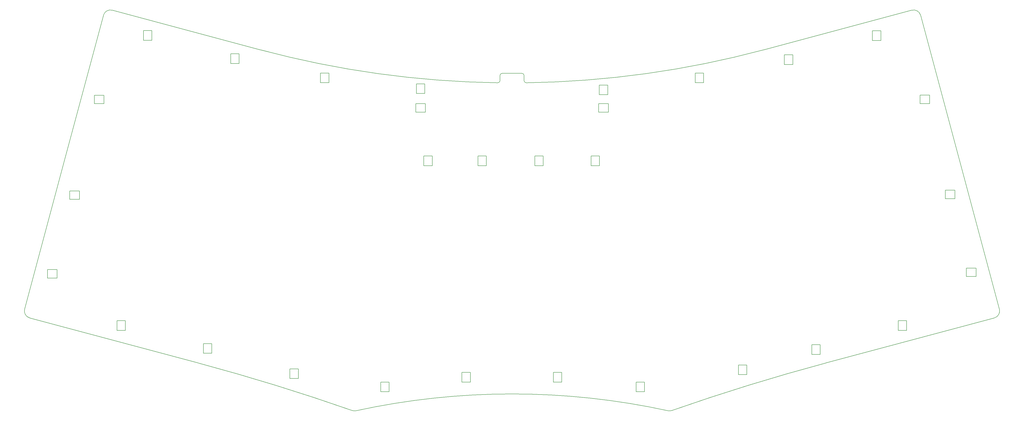
<source format=gbr>
G04 #@! TF.GenerationSoftware,KiCad,Pcbnew,(5.1.5)-3*
G04 #@! TF.CreationDate,2020-05-13T17:56:41+02:00*
G04 #@! TF.ProjectId,endgame_manualroute,656e6467-616d-4655-9f6d-616e75616c72,rev?*
G04 #@! TF.SameCoordinates,Original*
G04 #@! TF.FileFunction,Profile,NP*
%FSLAX46Y46*%
G04 Gerber Fmt 4.6, Leading zero omitted, Abs format (unit mm)*
G04 Created by KiCad (PCBNEW (5.1.5)-3) date 2020-05-13 17:56:41*
%MOMM*%
%LPD*%
G04 APERTURE LIST*
%ADD10C,0.200000*%
%ADD11C,0.150000*%
G04 APERTURE END LIST*
D10*
X205995044Y-59849771D02*
X201995045Y-59849771D01*
X210995044Y-60849771D02*
X210995045Y-62805104D01*
X20517263Y-94530821D02*
X3532097Y-157920325D01*
X336305684Y-180358467D02*
X406336640Y-161594567D01*
X391472825Y-94530821D02*
X375717259Y-35730246D01*
X200995044Y-60849770D02*
G75*
G02X201995045Y-59849771I1000000J-1D01*
G01*
X205995044Y-59849771D02*
X209995045Y-59849771D01*
X372043023Y-33608926D02*
G75*
G02X375717259Y-35730246I776458J-2897778D01*
G01*
X36272827Y-35730245D02*
G75*
G02X39947065Y-33608925I2897779J-776459D01*
G01*
X272430202Y-200092944D02*
G75*
G02X270797288Y-200193246I-993417J2830746D01*
G01*
X75684404Y-180358467D02*
G75*
G02X139559885Y-200092943I-228552969J-853009444D01*
G01*
X212009933Y-63804993D02*
G75*
G02X210995045Y-62805104I-14888J999889D01*
G01*
X200995046Y-62805106D02*
G75*
G02X199980155Y-63804994I-1000001J2D01*
G01*
X5653449Y-161594568D02*
X75684403Y-180358467D01*
X408457991Y-157920325D02*
G75*
G02X406336640Y-161594567I-2897776J-776457D01*
G01*
X209995045Y-59849772D02*
G75*
G02X210995044Y-60849771I0J-999999D01*
G01*
X200995044Y-60849771D02*
X200995046Y-62805106D01*
X101432151Y-50083805D02*
X39947065Y-33608925D01*
X199980157Y-63804993D02*
G75*
G02X101432151Y-50083805I6014887J403955223D01*
G01*
X372043025Y-33608926D02*
X310557938Y-50083804D01*
X408457992Y-157920325D02*
X391472825Y-94530821D01*
X272430203Y-200092943D02*
G75*
G02X336305684Y-180358467I292428453J-833274968D01*
G01*
X310557938Y-50083805D02*
G75*
G02X212009932Y-63804993I-104562894J390234035D01*
G01*
X141192800Y-200193246D02*
G75*
G02X270797288Y-200193246I64802244J-297012909D01*
G01*
X141192798Y-200193246D02*
G75*
G02X139559885Y-200092943I-639495J2931047D01*
G01*
X5653449Y-161594568D02*
G75*
G02X3532097Y-157920325I776425J2897786D01*
G01*
X36272829Y-35730246D02*
X20517263Y-94530821D01*
D11*
X41891059Y-166751485D02*
X41891060Y-162751487D01*
X45391059Y-166751487D02*
X41891059Y-166751485D01*
X41891060Y-162751487D02*
X45391061Y-162751485D01*
X45391061Y-162751485D02*
X45391059Y-166751487D01*
X81291057Y-172251485D02*
X81291060Y-176251488D01*
X77791060Y-172251485D02*
X81291057Y-172251485D01*
X77791059Y-176251486D02*
X77791060Y-172251485D01*
X81291060Y-176251488D02*
X77791059Y-176251486D01*
X113741059Y-182751487D02*
X117241060Y-182751487D01*
X117241060Y-182751487D02*
X117241060Y-186751486D01*
X117241060Y-186751486D02*
X113741060Y-186751486D01*
X113741060Y-186751486D02*
X113741059Y-182751487D01*
X151441059Y-192251485D02*
X151441061Y-188251487D01*
X154941059Y-188251486D02*
X154941060Y-192251485D01*
X151441061Y-188251487D02*
X154941059Y-188251486D01*
X154941060Y-192251485D02*
X151441059Y-192251485D01*
X185191059Y-188251487D02*
X185191059Y-184251485D01*
X188691058Y-184251486D02*
X188691059Y-188251484D01*
X188691059Y-188251484D02*
X185191059Y-188251487D01*
X185191059Y-184251485D02*
X188691058Y-184251486D01*
X223141061Y-188251488D02*
X223141059Y-184251486D01*
X223141059Y-184251486D02*
X226641061Y-184251485D01*
X226641061Y-184251485D02*
X226641061Y-188251487D01*
X226641061Y-188251487D02*
X223141061Y-188251488D01*
X257541061Y-188251487D02*
X261041059Y-188251486D01*
X261041059Y-188251486D02*
X261041059Y-192251485D01*
X261041059Y-192251485D02*
X257541061Y-192251486D01*
X257541061Y-192251486D02*
X257541061Y-188251487D01*
X300041059Y-181201487D02*
X303541059Y-181201486D01*
X303541059Y-181201486D02*
X303541062Y-185201487D01*
X303541062Y-185201487D02*
X300041061Y-185201486D01*
X300041061Y-185201486D02*
X300041059Y-181201487D01*
X330491058Y-176751486D02*
X330491061Y-172751486D01*
X333991059Y-176751486D02*
X330491058Y-176751486D01*
X330491061Y-172751486D02*
X333991059Y-172751487D01*
X333991059Y-172751487D02*
X333991059Y-176751486D01*
X369891059Y-166751486D02*
X366391058Y-166751485D01*
X369891061Y-162751487D02*
X369891059Y-166751486D01*
X366391058Y-166751485D02*
X366391060Y-162751487D01*
X366391060Y-162751487D02*
X369891061Y-162751487D01*
X359191061Y-42181485D02*
X359191059Y-46181485D01*
X355691061Y-46181485D02*
X355691060Y-42181485D01*
X355691060Y-42181485D02*
X359191061Y-42181485D01*
X359191059Y-46181485D02*
X355691061Y-46181485D01*
X319121060Y-56171487D02*
X319121058Y-52171486D01*
X322621060Y-52171487D02*
X322621058Y-56171487D01*
X319121058Y-52171486D02*
X322621060Y-52171487D01*
X322621058Y-56171487D02*
X319121060Y-56171487D01*
X285591058Y-63751487D02*
X282091061Y-63751487D01*
X282091059Y-59751485D02*
X285591062Y-59751486D01*
X285591062Y-59751486D02*
X285591058Y-63751487D01*
X282091061Y-63751487D02*
X282091059Y-59751485D01*
X245741061Y-64751485D02*
X245741057Y-68751486D01*
X242241060Y-64751485D02*
X245741061Y-64751485D01*
X245741057Y-68751486D02*
X242241061Y-68751486D01*
X242241061Y-68751486D02*
X242241060Y-64751485D01*
X238841058Y-94251487D02*
X242341061Y-94251486D01*
X238841060Y-98251486D02*
X238841058Y-94251487D01*
X242341061Y-94251486D02*
X242341056Y-98251487D01*
X242341056Y-98251487D02*
X238841060Y-98251486D01*
X215441058Y-98251484D02*
X215441060Y-94251486D01*
X215441060Y-94251486D02*
X218941060Y-94251487D01*
X218941060Y-94251487D02*
X218941060Y-98251487D01*
X218941060Y-98251487D02*
X215441058Y-98251484D01*
X191841060Y-98251486D02*
X191841061Y-94251485D01*
X195341059Y-94251485D02*
X195341060Y-98251486D01*
X191841061Y-94251485D02*
X195341059Y-94251485D01*
X195341060Y-98251486D02*
X191841060Y-98251486D01*
X172841058Y-98251487D02*
X169341059Y-98251486D01*
X169341060Y-94251485D02*
X172841059Y-94251486D01*
X172841059Y-94251486D02*
X172841058Y-98251487D01*
X169341059Y-98251486D02*
X169341060Y-94251485D01*
X166241060Y-68251485D02*
X166241062Y-64251485D01*
X169741059Y-68251485D02*
X166241060Y-68251485D01*
X169741058Y-64251487D02*
X169741059Y-68251485D01*
X166241062Y-64251485D02*
X169741058Y-64251487D01*
X129941059Y-59751487D02*
X129941059Y-63751486D01*
X129941059Y-63751486D02*
X126441060Y-63751486D01*
X126441060Y-59751487D02*
X129941059Y-59751487D01*
X126441060Y-63751486D02*
X126441060Y-59751487D01*
X92641061Y-51751487D02*
X92641059Y-55751485D01*
X89141059Y-55751484D02*
X89141058Y-51751487D01*
X89141058Y-51751487D02*
X92641061Y-51751487D01*
X92641059Y-55751485D02*
X89141059Y-55751484D01*
X56392136Y-46113532D02*
X52892135Y-46113530D01*
X56392135Y-42113530D02*
X56392136Y-46113532D01*
X52892135Y-46113530D02*
X52892135Y-42113534D01*
X52892135Y-42113534D02*
X56392135Y-42113530D01*
X32491061Y-69001486D02*
X36491060Y-69001487D01*
X32491061Y-72501489D02*
X32491061Y-69001486D01*
X36491059Y-72501485D02*
X32491061Y-72501489D01*
X36491060Y-69001487D02*
X36491059Y-72501485D01*
X22296666Y-108763822D02*
X26296664Y-108763819D01*
X22296663Y-112263821D02*
X22296666Y-108763822D01*
X26296664Y-112263822D02*
X22296663Y-112263821D01*
X26296664Y-108763819D02*
X26296664Y-112263822D01*
X16991059Y-141501488D02*
X16991061Y-145001484D01*
X12991059Y-145001486D02*
X12991061Y-141501486D01*
X16991061Y-145001484D02*
X12991059Y-145001486D01*
X12991061Y-141501486D02*
X16991059Y-141501488D01*
X398748348Y-144388760D02*
X394748350Y-144388761D01*
X398748348Y-140888762D02*
X398748348Y-144388760D01*
X394748350Y-144388761D02*
X394748348Y-140888762D01*
X394748348Y-140888762D02*
X398748348Y-140888762D01*
X385984374Y-108487941D02*
X389984374Y-108487941D01*
X389984374Y-108487941D02*
X389984374Y-111987940D01*
X389984374Y-111987940D02*
X385984373Y-111987941D01*
X385984373Y-111987941D02*
X385984374Y-108487941D01*
X379491058Y-68951487D02*
X379491058Y-72451485D01*
X379491058Y-72451485D02*
X375491060Y-72451486D01*
X375491060Y-68951485D02*
X379491058Y-68951487D01*
X375491060Y-72451486D02*
X375491060Y-68951485D01*
X245991059Y-72501485D02*
X245991061Y-76001486D01*
X241991061Y-76001488D02*
X241991060Y-72501487D01*
X245991061Y-76001486D02*
X241991061Y-76001488D01*
X241991060Y-72501487D02*
X245991059Y-72501485D01*
X165991061Y-76001485D02*
X165991061Y-72501485D01*
X169991059Y-76001486D02*
X165991061Y-76001485D01*
X169991059Y-72501487D02*
X169991059Y-76001486D01*
X165991061Y-72501485D02*
X169991059Y-72501487D01*
M02*

</source>
